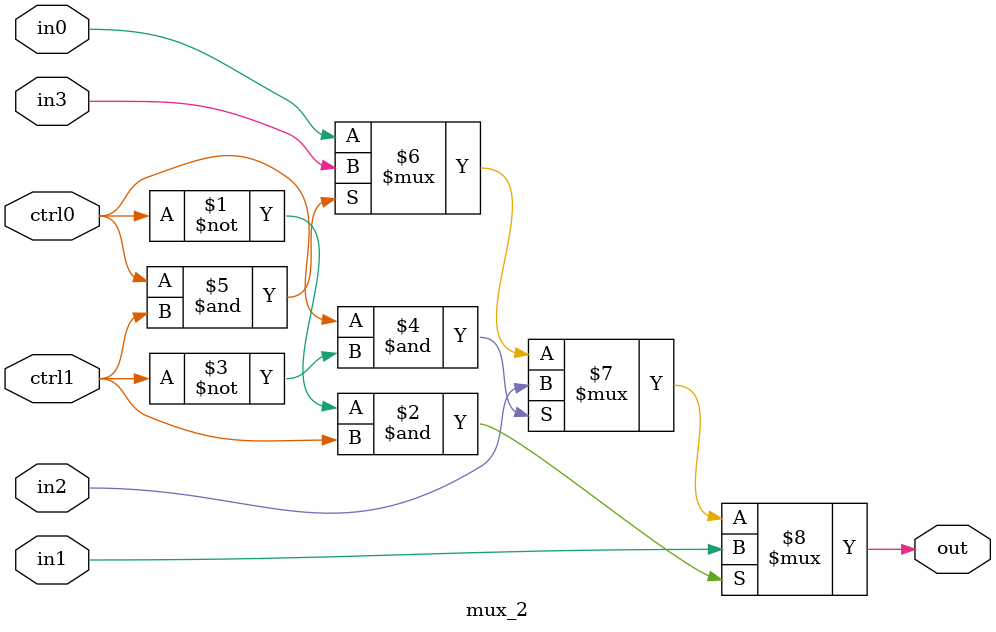
<source format=v>
module mux_2 ( ctrl0, ctrl1, in0, in1, in2, in3, out);
input ctrl0, ctrl1, in0, in1, in2, in3;
output out;
assign out = ( ~ctrl0 & ctrl1  ) ? in1 : 
             ( ctrl0 & ~ctrl1  ) ? in2 : 
             ( ctrl0 & ctrl1  ) ? in3 : 
             in0;
endmodule

</source>
